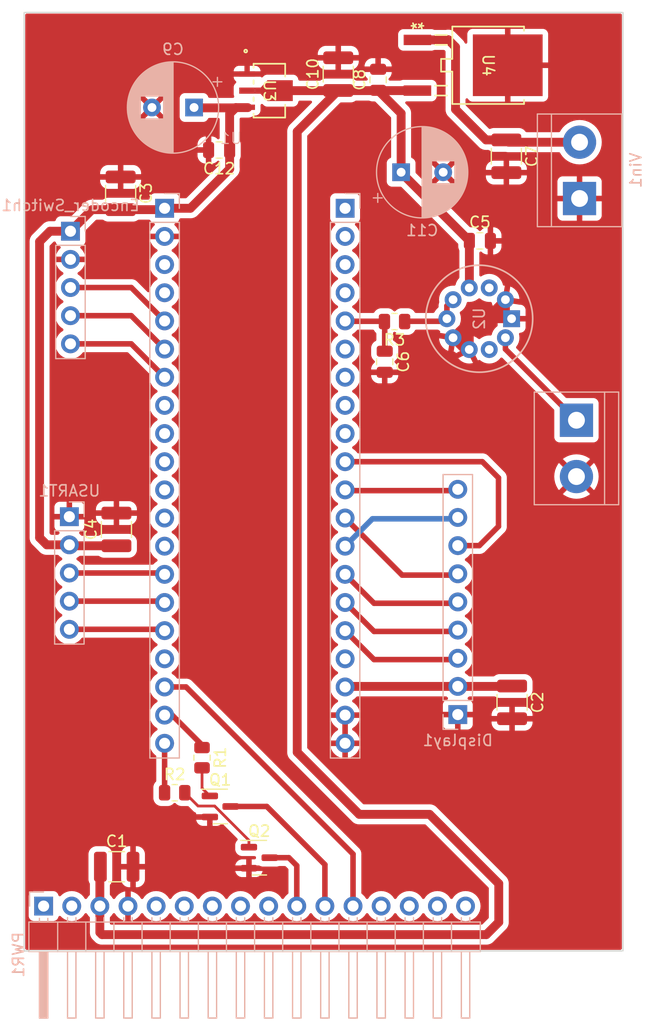
<source format=kicad_pcb>
(kicad_pcb (version 20221018) (generator pcbnew)
  (layers (0 "F.Cu" signal) (31 "B.Cu" signal) (34 "B.Paste" user) (35 "F.Paste" user) (36 "B.SilkS" user "B.Silkscreen") (37 "F.SilkS" user "F.Silkscreen") (38 "B.Mask" user) (39 "F.Mask" user) (44 "Edge.Cuts" user))
  (net 0 "")
  (net 1 "0")
  (net 2 "5V")
  (net 3 "3.3V")
  (net 4 "T")
  (net 5 "Net-(TC1-+)")
  (net 6 "LCD_CS")
  (net 7 "LCD_RST")
  (net 8 "LCD_DC")
  (net 9 "LCD_MOSI")
  (net 10 "LCD_CLK")
  (net 11 "LCD_LED")
  (net 12 "LCD_MISO")
  (net 13 "IN_OK")
  (net 14 "IN_CH2")
  (net 15 "IN_CH1")
  (net 23 "PWR_CH1")
  (net 24 "PWR_CH2")
  (net 25 "PWR_ZC")
  (net 30 "Net-(U2-FB)")
  (net 41 "USART_CLK")
  (net 42 "USART_TX")
  (net 43 "USART_RX")
  (net 53 "Net-(Q1-B)")
  (net 54 "Net-(Q2-B)")
  (net 55 "Net-(U1-PB12)")
  (net 56 "Net-(U1-PB13)")
  (net 57 "Net-(U4-INPUT)")
  (footprint "Resistor_SMD:R_0805_2012Metric" (layer "F.Cu") (at 69.2125 126.1 180)
    (fp_text reference "R3" (at 0 -1.65) (layer "F.SilkS"))
    (fp_text value "33k")
    (pad "1" smd roundrect (at -0.9125 0 180) (size 1.025 1.4) (layers "F.Cu" "F.Paste" "F.Mask") (roundrect_rratio 0.243902) (net 30 "Net-(U2-FB)"))
    (pad "2" smd roundrect (at 0.9125 0 180) (size 1.025 1.4) (layers "F.Cu" "F.Paste" "F.Mask") (roundrect_rratio 0.243902) (net 4 "T"))
  )
  (footprint "Capacitor_SMD:C_1210_3225Metric" (layer "F.Cu") (at 44.125 175.275)
    (fp_text reference "C1" (at 0 -2.3) (layer "F.SilkS"))
    (fp_text value "100n")
    (pad "1" smd roundrect (at -1.475 0) (size 1.15 2.7) (layers "F.Cu" "F.Paste" "F.Mask") (roundrect_rratio 0.217391) (net 2 "5V"))
    (pad "2" smd roundrect (at 1.475 0) (size 1.15 2.7) (layers "F.Cu" "F.Paste" "F.Mask") (roundrect_rratio 0.217391) (net 1 "0"))
  )
  (footprint "Capacitor_SMD:C_0805_2012Metric" (layer "F.Cu") (at 67.73 104.29 90)
    (fp_text reference "C8" (at 0 -1.68 90) (layer "F.SilkS"))
    (fp_text value "0.1u")
    (pad "1" smd roundrect (at -0.95 0 90) (size 1 1.45) (layers "F.Cu" "F.Paste" "F.Mask") (net 2 "5V"))
    (pad "2" smd roundrect (at 0.95 0 90) (size 1 1.45) (layers "F.Cu" "F.Paste" "F.Mask") (net 1 "0"))
  )
  (footprint "Capacitor_SMD:C_1210_3225Metric" (layer "F.Cu") (at 64.13 103.78 90)
    (fp_text reference "C10" (at 0 -2.3 90) (layer "F.SilkS"))
    (fp_text value "100n")
    (pad "1" smd roundrect (at -1.475 0 90) (size 1.15 2.7) (layers "F.Cu" "F.Paste" "F.Mask") (roundrect_rratio 0.217391) (net 2 "5V"))
    (pad "2" smd roundrect (at 1.475 0 90) (size 1.15 2.7) (layers "F.Cu" "F.Paste" "F.Mask") (roundrect_rratio 0.217391) (net 1 "0"))
  )
  (footprint "reg5:DPAK_STM" (layer "F.Cu") (at 77.6689 102.98 -90)
    (fp_text reference "U4" (at 0 0 -90 unlocked) (layer "F.SilkS"))
    (fp_text value "L78M05CDT-TR")
    (fp_text user "*" (at -3.556 6.3881 -90) (layer "F.SilkS"))
    (fp_text user "*" (at -3.556 6.3881 -90 unlocked) (layer "F.SilkS"))
    (pad "1" smd rect (at -2.286 6.3881 270) (size 0.9398 2.4892) (layers "F.Cu" "F.Paste" "F.Mask") (net 57 "Net-(U4-INPUT)"))
    (pad "2" smd rect (at 2.286 6.3881 270) (size 0.9398 2.4892) (layers "F.Cu" "F.Paste" "F.Mask") (net 2 "5V"))
    (pad "3" smd rect (at 0 -1.7653 270) (size 5.5626 6.2992) (layers "F.Cu" "F.Paste" "F.Mask") (net 1 "0"))
  )
  (footprint "Capacitor_SMD:C_1210_3225Metric" (layer "F.Cu") (at 79.31 111.19 -90)
    (fp_text reference "C7" (at 0 -2.3 90) (layer "F.SilkS"))
    (fp_text value "100n")
    (pad "1" smd roundrect (at -1.475 0 270) (size 1.15 2.7) (layers "F.Cu" "F.Paste" "F.Mask") (roundrect_rratio 0.217391) (net 57 "Net-(U4-INPUT)"))
    (pad "2" smd roundrect (at 1.475 0 270) (size 1.15 2.7) (layers "F.Cu" "F.Paste" "F.Mask") (roundrect_rratio 0.217391) (net 1 "0"))
  )
  (footprint "Capacitor_SMD:C_0805_2012Metric" (layer "F.Cu") (at 68.325 129.725 -90)
    (fp_text reference "C6" (at 0 -1.68 90) (layer "F.SilkS"))
    (fp_text value "470n")
    (pad "1" smd roundrect (at -0.95 0 270) (size 1 1.45) (layers "F.Cu" "F.Paste" "F.Mask") (net 4 "T"))
    (pad "2" smd roundrect (at 0.95 0 270) (size 1 1.45) (layers "F.Cu" "F.Paste" "F.Mask") (net 1 "0"))
  )
  (footprint "Package_TO_SOT_SMD:SOT-23" (layer "F.Cu") (at 57.0025 174.46)
    (fp_text reference "Q2" (at 0 -2.4) (layer "F.SilkS"))
    (fp_text value "BC848")
    (pad "1" smd roundrect (at -0.9375 -0.95) (size 1.475 0.6) (layers "F.Cu" "F.Paste" "F.Mask") (net 54 "Net-(Q2-B)"))
    (pad "2" smd roundrect (at -0.9375 0.95) (size 1.475 0.6) (layers "F.Cu" "F.Paste" "F.Mask") (net 1 "0"))
    (pad "3" smd roundrect (at 0.9375 0) (size 1.475 0.6) (layers "F.Cu" "F.Paste" "F.Mask") (net 23 "PWR_CH1"))
  )
  (footprint "reg33:SOT-89_3MC_MCH" (layer "F.Cu") (at 57.9112 105.27 -90)
    (fp_text reference "U3" (at 0 0 -90 unlocked) (layer "F.SilkS"))
    (fp_text value "MCP1700T-3302E/MB")
    (fp_poly (pts (xy -0.2794 1.3) (xy -0.2794 0.7828) (xy -0.9398 0.1732) (xy -0.9398 -2.1128) (xy 0.9398 -2.1128) (xy 0.9398 0.1732) (xy 0.2794 0.8082) (xy 0.2794 1.3)) (fill solid) (layer "F.Cu"))
    (pad "1" smd rect (at -1.5 2.0112 270) (size 0.4826 1.4224) (layers "F.Cu" "F.Paste" "F.Mask") (net 1 "0"))
    (pad "2" smd rect (at 0 2.0112 270) (size 0.5588 1.4224) (layers "F.Cu" "F.Paste" "F.Mask") (net 2 "5V"))
    (pad "3" smd rect (at 1.5 2.0112 270) (size 0.4826 1.4224) (layers "F.Cu" "F.Paste" "F.Mask") (net 3 "3.3V"))
  )
  (footprint "Resistor_SMD:R_0805_2012Metric" (layer "F.Cu") (at 51.83 165.44 -90)
    (fp_text reference "R1" (at 0 -1.65 -270) (layer "F.SilkS"))
    (fp_text value "4.7k")
    (pad "1" smd roundrect (at -0.9125 0 270) (size 1.025 1.4) (layers "F.Cu" "F.Paste" "F.Mask") (roundrect_rratio 0.243902) (net 56 "Net-(U1-PB13)"))
    (pad "2" smd roundrect (at 0.9125 0 270) (size 1.025 1.4) (layers "F.Cu" "F.Paste" "F.Mask") (roundrect_rratio 0.243902) (net 53 "Net-(Q1-B)"))
  )
  (footprint "Capacitor_SMD:C_1210_3225Metric" (layer "F.Cu") (at 44.48 114.53 -90)
    (fp_text reference "C3" (at 0 -2.3 90) (layer "F.SilkS"))
    (fp_text value "100n")
    (pad "1" smd roundrect (at -1.475 0 270) (size 1.15 2.7) (layers "F.Cu" "F.Paste" "F.Mask") (roundrect_rratio 0.217391) (net 1 "0"))
    (pad "2" smd roundrect (at 1.475 0 270) (size 1.15 2.7) (layers "F.Cu" "F.Paste" "F.Mask") (roundrect_rratio 0.217391) (net 3 "3.3V"))
  )
  (footprint "Capacitor_SMD:C_0805_2012Metric" (layer "F.Cu") (at 76.92 118.82)
    (fp_text reference "C5" (at 0 -1.68) (layer "F.SilkS"))
    (fp_text value "0.01u")
    (pad "1" smd roundrect (at -0.95 0) (size 1 1.45) (layers "F.Cu" "F.Paste" "F.Mask") (net 2 "5V"))
    (pad "2" smd roundrect (at 0.95 0) (size 1 1.45) (layers "F.Cu" "F.Paste" "F.Mask") (net 1 "0"))
  )
  (footprint "Resistor_SMD:R_0805_2012Metric" (layer "F.Cu") (at 49.36 168.6)
    (fp_text reference "R2" (at 0 -1.65) (layer "F.SilkS"))
    (fp_text value "4.7k")
    (pad "1" smd roundrect (at -0.9125 0) (size 1.025 1.4) (layers "F.Cu" "F.Paste" "F.Mask") (roundrect_rratio 0.243902) (net 55 "Net-(U1-PB12)"))
    (pad "2" smd roundrect (at 0.9125 0) (size 1.025 1.4) (layers "F.Cu" "F.Paste" "F.Mask") (roundrect_rratio 0.243902) (net 54 "Net-(Q2-B)"))
  )
  (footprint "Capacitor_SMD:C_0805_2012Metric" (layer "F.Cu") (at 53.372349 110.625 180)
    (fp_text reference "C12" (at 0 -1.68) (layer "F.SilkS"))
    (fp_text value "0.1u")
    (pad "1" smd roundrect (at -0.95 0 180) (size 1 1.45) (layers "F.Cu" "F.Paste" "F.Mask") (net 3 "3.3V"))
    (pad "2" smd roundrect (at 0.95 0 180) (size 1 1.45) (layers "F.Cu" "F.Paste" "F.Mask") (net 1 "0"))
  )
  (footprint "Capacitor_SMD:C_1210_3225Metric" (layer "F.Cu") (at 79.825 160.45 -90)
    (fp_text reference "C2" (at 0 -2.3 90) (layer "F.SilkS"))
    (fp_text value "100n")
    (pad "1" smd roundrect (at -1.475 0 270) (size 1.15 2.7) (layers "F.Cu" "F.Paste" "F.Mask") (roundrect_rratio 0.217391) (net 3 "3.3V"))
    (pad "2" smd roundrect (at 1.475 0 270) (size 1.15 2.7) (layers "F.Cu" "F.Paste" "F.Mask") (roundrect_rratio 0.217391) (net 1 "0"))
  )
  (footprint "Capacitor_SMD:C_1210_3225Metric" (layer "F.Cu") (at 44.1 144.85 90)
    (fp_text reference "C4" (at 0 -2.3 90) (layer "F.SilkS"))
    (fp_text value "100n")
    (pad "1" smd roundrect (at -1.475 0 90) (size 1.15 2.7) (layers "F.Cu" "F.Paste" "F.Mask") (roundrect_rratio 0.217391) (net 3 "3.3V"))
    (pad "2" smd roundrect (at 1.475 0 90) (size 1.15 2.7) (layers "F.Cu" "F.Paste" "F.Mask") (roundrect_rratio 0.217391) (net 1 "0"))
  )
  (footprint "Package_TO_SOT_SMD:SOT-23" (layer "F.Cu") (at 53.4725 169.84)
    (fp_text reference "Q1" (at 0 -2.4) (layer "F.SilkS"))
    (fp_text value "BC848")
    (pad "1" smd roundrect (at -0.9375 -0.95) (size 1.475 0.6) (layers "F.Cu" "F.Paste" "F.Mask") (net 53 "Net-(Q1-B)"))
    (pad "2" smd roundrect (at -0.9375 0.95) (size 1.475 0.6) (layers "F.Cu" "F.Paste" "F.Mask") (net 1 "0"))
    (pad "3" smd roundrect (at 0.9375 0) (size 1.475 0.6) (layers "F.Cu" "F.Paste" "F.Mask") (net 24 "PWR_CH2"))
  )
  (footprint "Connector_PinHeader_2.54mm:PinHeader_1x05_P2.54mm_Vertical" (layer "B.Cu") (at 39.85 143.7 180)
    (fp_text reference "USART1" (at 0 2.33) (layer "B.SilkS") (effects (justify mirror)))
    (fp_text value "Conn_01x05_Pin")
    (pad "1" thru_hole rect (at 0 0 180) (size 1.7 1.7) (drill 1) (layers "*.Cu" "*.Mask") (net 1 "0"))
    (pad "2" thru_hole oval (at 0 -2.54 180) (size 1.7 1.7) (drill 1) (layers "*.Cu" "*.Mask") (net 3 "3.3V"))
    (pad "3" thru_hole oval (at 0 -5.08 180) (size 1.7 1.7) (drill 1) (layers "*.Cu" "*.Mask") (net 43 "USART_RX"))
    (pad "4" thru_hole oval (at 0 -7.62 180) (size 1.7 1.7) (drill 1) (layers "*.Cu" "*.Mask") (net 42 "USART_TX"))
    (pad "5" thru_hole oval (at 0 -10.16 180) (size 1.7 1.7) (drill 1) (layers "*.Cu" "*.Mask") (net 41 "USART_CLK"))
  )
  (footprint "TerminalBlock:TerminalBlock_bornier-2_P5.08mm" (layer "B.Cu") (at 85.92 115 90)
    (fp_text reference "Vin1" (at 2.54 5.08 90) (layer "B.SilkS") (effects (justify mirror)))
    (fp_text value "Conn_01x02")
    (pad "1" thru_hole rect (at 0 0 90) (size 3 3) (drill 1.52) (layers "*.Cu" "*.Mask") (net 1 "0"))
    (pad "2" thru_hole circle (at 5.08 0 90) (size 3 3) (drill 1.52) (layers "*.Cu" "*.Mask") (net 57 "Net-(U4-INPUT)"))
  )
  (footprint "Connector_PinHeader_2.54mm:PinHeader_1x05_P2.54mm_Vertical" (layer "B.Cu") (at 39.95 117.95 180)
    (fp_text reference "Encoder_Switch1" (at 0 2.33) (layer "B.SilkS") (effects (justify mirror)))
    (fp_text value "Conn_01x05_Pin")
    (pad "1" thru_hole rect (at 0 0 180) (size 1.7 1.7) (drill 1) (layers "*.Cu" "*.Mask") (net 3 "3.3V"))
    (pad "2" thru_hole oval (at 0 -2.54 180) (size 1.7 1.7) (drill 1) (layers "*.Cu" "*.Mask") (net 1 "0"))
    (pad "3" thru_hole oval (at 0 -5.08 180) (size 1.7 1.7) (drill 1) (layers "*.Cu" "*.Mask") (net 13 "IN_OK"))
    (pad "4" thru_hole oval (at 0 -7.62 180) (size 1.7 1.7) (drill 1) (layers "*.Cu" "*.Mask") (net 14 "IN_CH2"))
    (pad "5" thru_hole oval (at 0 -10.16 180) (size 1.7 1.7) (drill 1) (layers "*.Cu" "*.Mask") (net 15 "IN_CH1"))
  )
  (footprint "Capacitor_THT:CP_Radial_D8.0mm_P3.80mm" (layer "B.Cu") (at 69.807349 112.63)
    (fp_text reference "C11" (at 1.9 5.25) (layer "B.SilkS") (effects (justify mirror)))
    (fp_text value "47u")
    (pad "1" thru_hole rect (at 0 0) (size 1.6 1.6) (drill 0.8) (layers "*.Cu" "*.Mask") (net 2 "5V"))
    (pad "2" thru_hole circle (at 3.8 0) (size 1.6 1.6) (drill 0.8) (layers "*.Cu" "*.Mask") (net 1 "0"))
  )
  (footprint "TerminalBlock:TerminalBlock_bornier-2_P5.08mm" (layer "B.Cu") (at 85.64 135 -90)
    (fp_text reference "TC1" hide)
    (fp_text value "Thermocouple")
    (pad "1" thru_hole rect (at 0 0 270) (size 3 3) (drill 1.52) (layers "*.Cu" "*.Mask") (net 5 "Net-(TC1-+)"))
    (pad "2" thru_hole circle (at 5.08 0 270) (size 3 3) (drill 1.52) (layers "*.Cu" "*.Mask") (net 1 "0"))
  )
  (footprint "ad596:ad596" (layer "B.Cu") (at 79.78286 125.841921 -90)
    (fp_text reference "U2" (at 0 2.921 -270 unlocked) (layer "B.SilkS") (effects (justify mirror)))
    (fp_text value "AD596AHZ")
    (pad "1" thru_hole rect (at 0 0 270) (size 1.524 1.524) (drill 0.7874) (layers "*.Cu" "*.Mask") (net 1 "0"))
    (pad "2" thru_hole circle (at 1.716921 0.55786 234) (size 1.524 1.524) (drill 0.7874) (layers "*.Cu" "*.Mask") (net 5 "Net-(TC1-+)"))
    (pad "3" thru_hole circle (at 2.778036 2.01836 198) (size 1.524 1.524) (drill 0.7874) (layers "*.Cu" "*.Mask"))
    (pad "4" thru_hole circle (at 2.778036 3.82364 162) (size 1.524 1.524) (drill 0.7874) (layers "*.Cu" "*.Mask") (net 1 "0"))
    (pad "5" thru_hole circle (at 1.716921 5.28414 126) (size 1.524 1.524) (drill 0.7874) (layers "*.Cu" "*.Mask") (net 1 "0"))
    (pad "6" thru_hole circle (at 0 5.842 270) (size 1.524 1.524) (drill 0.7874) (layers "*.Cu" "*.Mask") (net 30 "Net-(U2-FB)"))
    (pad "7" thru_hole circle (at -1.716921 5.28414 54) (size 1.524 1.524) (drill 0.7874) (layers "*.Cu" "*.Mask") (net 30 "Net-(U2-FB)"))
    (pad "8" thru_hole circle (at -2.778036 3.82364 18) (size 1.524 1.524) (drill 0.7874) (layers "*.Cu" "*.Mask") (net 2 "5V"))
    (pad "9" thru_hole circle (at -2.778036 2.01836 342) (size 1.524 1.524) (drill 0.7874) (layers "*.Cu" "*.Mask"))
    (pad "10" thru_hole circle (at -1.716921 0.55786 306) (size 1.524 1.524) (drill 0.7874) (layers "*.Cu" "*.Mask") (net 1 "0"))
  )
  (footprint "blue_pill:blue_pill" (layer "B.Cu") (at 57.87 110.05 180)
    (fp_text reference "U1" (at 3.427651 0.475 unlocked) (layer "B.SilkS") (effects (font (thickness 0.1)) (justify mirror)))
    (fp_text value "STM32F103C8Tx")
    (pad "1" thru_hole rect (at -6.88 -5.83 180) (size 1.7 1.7) (drill 1) (layers "*.Cu" "*.Mask"))
    (pad "2" thru_hole oval (at -6.88 -8.37 180) (size 1.7 1.7) (drill 1) (layers "*.Cu" "*.Mask"))
    (pad "3" thru_hole oval (at -6.88 -10.91 180) (size 1.7 1.7) (drill 1) (layers "*.Cu" "*.Mask"))
    (pad "4" thru_hole oval (at -6.88 -13.45 180) (size 1.7 1.7) (drill 1) (layers "*.Cu" "*.Mask"))
    (pad "7" thru_hole oval (at -6.88 -46.47 180) (size 1.7 1.7) (drill 1) (layers "*.Cu" "*.Mask"))
    (pad "10" thru_hole oval (at -6.88 -15.99 180) (size 1.7 1.7) (drill 1) (layers "*.Cu" "*.Mask") (net 4 "T"))
    (pad "11" thru_hole oval (at -6.88 -18.53 180) (size 1.7 1.7) (drill 1) (layers "*.Cu" "*.Mask"))
    (pad "12" thru_hole oval (at -6.88 -21.07 180) (size 1.7 1.7) (drill 1) (layers "*.Cu" "*.Mask"))
    (pad "13" thru_hole oval (at -6.88 -23.61 180) (size 1.7 1.7) (drill 1) (layers "*.Cu" "*.Mask"))
    (pad "14" thru_hole oval (at -6.88 -26.15 180) (size 1.7 1.7) (drill 1) (layers "*.Cu" "*.Mask"))
    (pad "15" thru_hole oval (at -6.88 -28.69 180) (size 1.7 1.7) (drill 1) (layers "*.Cu" "*.Mask") (net 10 "LCD_CLK"))
    (pad "16" thru_hole oval (at -6.88 -31.23 180) (size 1.7 1.7) (drill 1) (layers "*.Cu" "*.Mask") (net 12 "LCD_MISO"))
    (pad "17" thru_hole oval (at -6.88 -33.77 180) (size 1.7 1.7) (drill 1) (layers "*.Cu" "*.Mask") (net 9 "LCD_MOSI"))
    (pad "18" thru_hole oval (at -6.88 -36.31 180) (size 1.7 1.7) (drill 1) (layers "*.Cu" "*.Mask") (net 11 "LCD_LED"))
    (pad "19" thru_hole oval (at -6.88 -38.85 180) (size 1.7 1.7) (drill 1) (layers "*.Cu" "*.Mask") (net 8 "LCD_DC"))
    (pad "21" thru_hole oval (at -6.88 -41.39 180) (size 1.7 1.7) (drill 1) (layers "*.Cu" "*.Mask") (net 7 "LCD_RST"))
    (pad "22" thru_hole oval (at -6.88 -43.93 180) (size 1.7 1.7) (drill 1) (layers "*.Cu" "*.Mask") (net 6 "LCD_CS"))
    (pad "23" thru_hole oval (at -6.88 -54.09 180) (size 1.7 1.7) (drill 1) (layers "*.Cu" "*.Mask") (net 1 "0"))
    (pad "23" thru_hole oval (at -6.88 -51.55 180) (size 1.7 1.7) (drill 1) (layers "*.Cu" "*.Mask") (net 1 "0"))
    (pad "23" thru_hole oval (at 9.42 -8.37 180) (size 1.7 1.7) (drill 1) (layers "*.Cu" "*.Mask") (net 1 "0"))
    (pad "24" thru_hole oval (at -6.88 -49.01 180) (size 1.7 1.7) (drill 1) (layers "*.Cu" "*.Mask") (net 3 "3.3V"))
    (pad "24" thru_hole rect (at 9.42 -5.83 180) (size 1.7 1.7) (drill 1) (layers "*.Cu" "*.Mask") (net 3 "3.3V"))
    (pad "25" thru_hole oval (at 9.42 -54.09 180) (size 1.7 1.7) (drill 1) (layers "*.Cu" "*.Mask") (net 55 "Net-(U1-PB12)"))
    (pad "26" thru_hole oval (at 9.42 -51.55 180) (size 1.7 1.7) (drill 1) (layers "*.Cu" "*.Mask") (net 56 "Net-(U1-PB13)"))
    (pad "27" thru_hole oval (at 9.42 -49.01 180) (size 1.7 1.7) (drill 1) (layers "*.Cu" "*.Mask") (net 25 "PWR_ZC"))
    (pad "28" thru_hole oval (at 9.42 -46.47 180) (size 1.7 1.7) (drill 1) (layers "*.Cu" "*.Mask"))
    (pad "29" thru_hole oval (at 9.42 -43.93 180) (size 1.7 1.7) (drill 1) (layers "*.Cu" "*.Mask") (net 41 "USART_CLK"))
    (pad "30" thru_hole oval (at 9.42 -41.39 180) (size 1.7 1.7) (drill 1) (layers "*.Cu" "*.Mask") (net 42 "USART_TX"))
    (pad "31" thru_hole oval (at 9.42 -38.85 180) (size 1.7 1.7) (drill 1) (layers "*.Cu" "*.Mask") (net 43 "USART_RX"))
    (pad "32" thru_hole oval (at 9.42 -36.31 180) (size 1.7 1.7) (drill 1) (layers "*.Cu" "*.Mask"))
    (pad "33" thru_hole oval (at 9.42 -33.77 180) (size 1.7 1.7) (drill 1) (layers "*.Cu" "*.Mask"))
    (pad "38" thru_hole oval (at 9.42 -31.23 180) (size 1.7 1.7) (drill 1) (layers "*.Cu" "*.Mask"))
    (pad "39" thru_hole oval (at 9.42 -28.69 180) (size 1.7 1.7) (drill 1) (layers "*.Cu" "*.Mask"))
    (pad "40" thru_hole oval (at 9.42 -26.15 180) (size 1.7 1.7) (drill 1) (layers "*.Cu" "*.Mask"))
    (pad "41" thru_hole oval (at 9.42 -23.61 180) (size 1.7 1.7) (drill 1) (layers "*.Cu" "*.Mask"))
    (pad "42" thru_hole oval (at 9.42 -21.07 180) (size 1.7 1.7) (drill 1) (layers "*.Cu" "*.Mask") (net 15 "IN_CH1"))
    (pad "43" thru_hole oval (at 9.42 -18.53 180) (size 1.7 1.7) (drill 1) (layers "*.Cu" "*.Mask") (net 14 "IN_CH2"))
    (pad "45" thru_hole oval (at 9.42 -15.99 180) (size 1.7 1.7) (drill 1) (layers "*.Cu" "*.Mask") (net 13 "IN_OK"))
    (pad "46" thru_hole oval (at 9.42 -13.45 180) (size 1.7 1.7) (drill 1) (layers "*.Cu" "*.Mask"))
    (pad "49" thru_hole oval (at 9.42 -10.91 180) (size 1.7 1.7) (drill 1) (layers "*.Cu" "*.Mask"))
  )
  (footprint "Connector_PinHeader_2.54mm:PinHeader_1x16_P2.54mm_Horizontal" (layer "B.Cu") (at 37.525 178.825 -90)
    (fp_text reference "PWR1" (at 4.385 2.27 90) (layer "B.SilkS") (effects (justify mirror)))
    (fp_text value "Conn_01x16_Pin")
    (pad "1" thru_hole rect (at 0 0 270) (size 1.7 1.7) (drill 1) (layers "*.Cu" "*.Mask"))
    (pad "2" thru_hole oval (at 0 -2.54 270) (size 1.7 1.7) (drill 1) (layers "*.Cu" "*.Mask"))
    (pad "3" thru_hole oval (at 0 -5.08 270) (size 1.7 1.7) (drill 1) (layers "*.Cu" "*.Mask") (net 2 "5V"))
    (pad "4" thru_hole oval (at 0 -7.62 270) (size 1.7 1.7) (drill 1) (layers "*.Cu" "*.Mask") (net 1 "0"))
    (pad "5" thru_hole oval (at 0 -10.16 270) (size 1.7 1.7) (drill 1) (layers "*.Cu" "*.Mask"))
    (pad "6" thru_hole oval (at 0 -12.7 270) (size 1.7 1.7) (drill 1) (layers "*.Cu" "*.Mask"))
    (pad "7" thru_hole oval (at 0 -15.24 270) (size 1.7 1.7) (drill 1) (layers "*.Cu" "*.Mask"))
    (pad "8" thru_hole oval (at 0 -17.78 270) (size 1.7 1.7) (drill 1) (layers "*.Cu" "*.Mask"))
    (pad "9" thru_hole oval (at 0 -20.32 270) (size 1.7 1.7) (drill 1) (layers "*.Cu" "*.Mask"))
    (pad "10" thru_hole oval (at 0 -22.86 270) (size 1.7 1.7) (drill 1) (layers "*.Cu" "*.Mask") (net 23 "PWR_CH1"))
    (pad "11" thru_hole oval (at 0 -25.4 270) (size 1.7 1.7) (drill 1) (layers "*.Cu" "*.Mask") (net 24 "PWR_CH2"))
    (pad "12" thru_hole oval (at 0 -27.94 270) (size 1.7 1.7) (drill 1) (layers "*.Cu" "*.Mask") (net 25 "PWR_ZC"))
    (pad "13" thru_hole oval (at 0 -30.48 270) (size 1.7 1.7) (drill 1) (layers "*.Cu" "*.Mask"))
    (pad "14" thru_hole oval (at 0 -33.02 270) (size 1.7 1.7) (drill 1) (layers "*.Cu" "*.Mask"))
    (pad "15" thru_hole oval (at 0 -35.56 270) (size 1.7 1.7) (drill 1) (layers "*.Cu" "*.Mask"))
    (pad "16" thru_hole oval (at 0 -38.1 270) (size 1.7 1.7) (drill 1) (layers "*.Cu" "*.Mask"))
  )
  (footprint "Capacitor_THT:CP_Radial_D8.0mm_P3.80mm" (layer "B.Cu") (at 51.11 106.79 180)
    (fp_text reference "C9" (at 1.9 5.25) (layer "B.SilkS") (effects (justify mirror)))
    (fp_text value "47u")
    (pad "1" thru_hole rect (at 0 0 180) (size 1.6 1.6) (drill 0.8) (layers "*.Cu" "*.Mask") (net 3 "3.3V"))
    (pad "2" thru_hole circle (at 3.8 0 180) (size 1.6 1.6) (drill 0.8) (layers "*.Cu" "*.Mask") (net 1 "0"))
  )
  (footprint "Connector_PinHeader_2.54mm:PinHeader_1x09_P2.54mm_Vertical" (layer "B.Cu") (at 74.925 161.55)
    (fp_text reference "Display1" (at 0 2.33) (layer "B.SilkS") (effects (justify mirror)))
    (fp_text value "Conn_01x09_Pin")
    (pad "1" thru_hole rect (at 0 0) (size 1.7 1.7) (drill 1) (layers "*.Cu" "*.Mask") (net 1 "0"))
    (pad "2" thru_hole oval (at 0 -2.54) (size 1.7 1.7) (drill 1) (layers "*.Cu" "*.Mask") (net 3 "3.3V"))
    (pad "3" thru_hole oval (at 0 -5.08) (size 1.7 1.7) (drill 1) (layers "*.Cu" "*.Mask") (net 6 "LCD_CS"))
    (pad "4" thru_hole oval (at 0 -7.62) (size 1.7 1.7) (drill 1) (layers "*.Cu" "*.Mask") (net 7 "LCD_RST"))
    (pad "5" thru_hole oval (at 0 -10.16) (size 1.7 1.7) (drill 1) (layers "*.Cu" "*.Mask") (net 8 "LCD_DC"))
    (pad "6" thru_hole oval (at 0 -12.7) (size 1.7 1.7) (drill 1) (layers "*.Cu" "*.Mask") (net 9 "LCD_MOSI"))
    (pad "7" thru_hole oval (at 0 -15.24) (size 1.7 1.7) (drill 1) (layers "*.Cu" "*.Mask") (net 10 "LCD_CLK"))
    (pad "8" thru_hole oval (at 0 -17.78) (size 1.7 1.7) (drill 1) (layers "*.Cu" "*.Mask") (net 11 "LCD_LED"))
    (pad "9" thru_hole oval (at 0 -20.32) (size 1.7 1.7) (drill 1) (layers "*.Cu" "*.Mask") (net 12 "LCD_MISO"))
  )
  (gr_rect (start 35.765 98.215) (end 89.84 182.875) (stroke (width 0.1)) (fill none) (layer "Edge.Cuts"))
  (segment (start 74.49872 127.558842) (end 75.066281 126.991281) (width 0.8) (layer "F.Cu") (net 1))
  (segment (start 75.95922 127.5) (end 75.95922 127.08422) (width 0.8) (layer "F.Cu") (net 1))
  (segment (start 75.95922 127.08422) (end 75.95922 126.807701) (width 0.8) (layer "F.Cu") (net 1))
  (segment (start 75.066281 127.727018) (end 75.066281 126.991281) (width 0.8) (layer "F.Cu") (net 1))
  (segment (start 79.225 124.125) (end 79.225 125.284061) (width 0.8) (layer "F.Cu") (net 1))
  (segment (start 76.215641 125.841921) (end 76.925 125.841921) (width 0.8) (layer "F.Cu") (net 1))
  (segment (start 75.466281 126.591281) (end 76.215641 125.841921) (width 0.8) (layer "F.Cu") (net 1))
  (segment (start 79.116921 125.841921) (end 78.3125 125.0375) (width 0.8) (layer "F.Cu") (net 1))
  (segment (start 75.95922 128.619957) (end 75.95922 127.5) (width 0.8) (layer "F.Cu") (net 1))
  (segment (start 74.49872 127.558842) (end 75.900378 127.558842) (width 0.8) (layer "F.Cu") (net 1))
  (segment (start 78.3125 125.0375) (end 79.225 124.125) (width 0.8) (layer "F.Cu") (net 1))
  (segment (start 77.508079 125.841921) (end 78.3125 125.0375) (width 0.8) (layer "F.Cu") (net 1))
  (segment (start 75.95922 126.807701) (end 76.925 125.841921) (width 0.8) (layer "F.Cu") (net 1))
  (segment (start 79.225 125.284061) (end 79.78286 125.841921) (width 0.8) (layer "F.Cu") (net 1))
  (segment (start 75.95922 128.619957) (end 75.559835 128.619957) (width 0.8) (layer "F.Cu") (net 1))
  (segment (start 76.215641 125.841921) (end 79.78286 125.841921) (width 0.8) (layer "F.Cu") (net 1))
  (segment (start 79.78286 125.841921) (end 79.116921 125.841921) (width 0.8) (layer "F.Cu") (net 1))
  (segment (start 75.95922 127.08422) (end 75.466281 126.591281) (width 0.8) (layer "F.Cu") (net 1))
  (segment (start 75.559835 128.619957) (end 74.49872 127.558842) (width 0.8) (layer "F.Cu") (net 1))
  (segment (start 75.95922 128.619957) (end 75.066281 127.727018) (width 0.8) (layer "F.Cu") (net 1))
  (segment (start 75.066281 126.991281) (end 75.466281 126.591281) (width 0.8) (layer "F.Cu") (net 1))
  (segment (start 76.925 125.841921) (end 77.508079 125.841921) (width 0.8) (layer "F.Cu") (net 1))
  (segment (start 75.900378 127.558842) (end 75.95922 127.5) (width 0.8) (layer "F.Cu") (net 1))
  (segment (start 78.625 176.8) (end 72.375 170.55) (width 0.8) (layer "F.Cu") (net 2))
  (segment (start 69.807349 112.657349) (end 75.97 118.82) (width 0.8) (layer "F.Cu") (net 2))
  (segment (start 64.141 105.266) (end 64.13 105.255) (width 0.8) (layer "F.Cu") (net 2))
  (segment (start 69.807349 112.63) (end 69.807349 107.317349) (width 0.8) (layer "F.Cu") (net 2))
  (segment (start 42.605 181.205) (end 42.8 181.4) (width 0.8) (layer "F.Cu") (net 2))
  (segment (start 78.625 180.275) (end 78.625 176.8) (width 0.8) (layer "F.Cu") (net 2))
  (segment (start 75.97 123.053105) (end 75.95922 123.063885) (width 0.8) (layer "F.Cu") (net 2))
  (segment (start 69.807349 112.63) (end 69.807349 112.657349) (width 0.8) (layer "F.Cu") (net 2))
  (segment (start 69.807349 107.317349) (end 67.73 105.24) (width 0.8) (layer "F.Cu") (net 2))
  (segment (start 60.425 164.95) (end 60.425 108.96) (width 0.8) (layer "F.Cu") (net 2))
  (segment (start 42.605 178.825) (end 42.605 175.32) (width 0.8) (layer "F.Cu") (net 2))
  (segment (start 75.97 118.82) (end 75.97 123.053105) (width 0.8) (layer "F.Cu") (net 2))
  (segment (start 77.5 181.4) (end 78.625 180.275) (width 0.8) (layer "F.Cu") (net 2))
  (segment (start 72.375 170.55) (end 66.025 170.55) (width 0.8) (layer "F.Cu") (net 2))
  (segment (start 67.24 105.266) (end 64.141 105.266) (width 0.8) (layer "F.Cu") (net 2))
  (segment (start 60.425 108.96) (end 64.13 105.255) (width 0.8) (layer "F.Cu") (net 2))
  (segment (start 59.993674 105.27) (end 65.026325 105.27) (width 0.8) (layer "F.Cu") (net 2))
  (segment (start 42.605 178.825) (end 42.605 181.205) (width 0.8) (layer "F.Cu") (net 2))
  (segment (start 42.8 181.4) (end 77.5 181.4) (width 0.8) (layer "F.Cu") (net 2))
  (segment (start 42.605 175.32) (end 42.65 175.275) (width 0.8) (layer "F.Cu") (net 2))
  (segment (start 66.025 170.55) (end 60.425 164.95) (width 0.8) (layer "F.Cu") (net 2))
  (segment (start 71.2808 105.266) (end 67.24 105.266) (width 0.8) (layer "F.Cu") (net 2))
  (segment (start 37.16 118.89) (end 38.1 117.95) (width 0.8) (layer "F.Cu") (net 3))
  (segment (start 37.16 145.59) (end 37.16 118.89) (width 0.8) (layer "F.Cu") (net 3))
  (segment (start 39.85 146.24) (end 37.81 146.24) (width 0.8) (layer "F.Cu") (net 3))
  (segment (start 48.45 115.88) (end 50.78 115.88) (width 0.8) (layer "F.Cu") (net 3))
  (segment (start 54.875 106.8) (end 54.322349 107.352651) (width 0.8) (layer "F.Cu") (net 3))
  (segment (start 38.1 117.95) (end 39.95 117.95) (width 0.8) (layer "F.Cu") (net 3))
  (segment (start 79.79 159.01) (end 79.825 158.975) (width 0.8) (layer "F.Cu") (net 3))
  (segment (start 74.925 159.01) (end 64.8 159.01) (width 0.8) (layer "F.Cu") (net 3))
  (segment (start 51.5 106.825) (end 54.85 106.825) (width 0.8) (layer "F.Cu") (net 3))
  (segment (start 54.322349 107.352651) (end 54.322349 110.625) (width 0.8) (layer "F.Cu") (net 3))
  (segment (start 44.48 116.005) (end 48.325 116.005) (width 0.8) (layer "F.Cu") (net 3))
  (segment (start 54.85 106.825) (end 54.875 106.8) (width 0.8) (layer "F.Cu") (net 3))
  (segment (start 55.961149 106.8) (end 54.875 106.8) (width 0.8) (layer "F.Cu") (net 3))
  (segment (start 54.322349 112.322349) (end 54.322349 110.625) (width 0.8) (layer "F.Cu") (net 3))
  (segment (start 37.81 146.24) (end 37.16 145.59) (width 0.8) (layer "F.Cu") (net 3))
  (segment (start 39.935 146.325) (end 39.85 146.24) (width 0.8) (layer "F.Cu") (net 3))
  (segment (start 44.48 116.005) (end 41.895 116.005) (width 0.8) (layer "F.Cu") (net 3))
  (segment (start 48.325 116.005) (end 48.45 115.88) (width 0.8) (layer "F.Cu") (net 3))
  (segment (start 74.925 159.01) (end 79.79 159.01) (width 0.8) (layer "F.Cu") (net 3))
  (segment (start 64.8 159.01) (end 64.75 159.06) (width 0.8) (layer "F.Cu") (net 3))
  (segment (start 41.895 116.005) (end 39.95 117.95) (width 0.8) (layer "F.Cu") (net 3))
  (segment (start 54.33 112.33) (end 54.322349 112.322349) (width 0.8) (layer "F.Cu") (net 3))
  (segment (start 44.1 146.325) (end 39.935 146.325) (width 0.8) (layer "F.Cu") (net 3))
  (segment (start 50.78 115.88) (end 54.33 112.33) (width 0.8) (layer "F.Cu") (net 3))
  (segment (start 64.785 126.075) (end 64.75 126.04) (width 0.5) (layer "F.Cu") (net 4))
  (segment (start 68.325 126.0875) (end 68.3125 126.075) (width 0.5) (layer "F.Cu") (net 4))
  (segment (start 68.325 128.775) (end 68.325 126.0875) (width 0.5) (layer "F.Cu") (net 4))
  (segment (start 68.3125 126.075) (end 64.785 126.075) (width 0.5) (layer "F.Cu") (net 4))
  (segment (start 85.64 135) (end 79.225 128.585) (width 0.5) (layer "F.Cu") (net 5))
  (segment (start 79.225 128.585) (end 79.225 127.558842) (width 0.5) (layer "F.Cu") (net 5))
  (segment (start 74.805 156.59) (end 67.36 156.59) (width 0.5) (layer "F.Cu") (net 6))
  (segment (start 74.925 156.47) (end 74.805 156.59) (width 0.5) (layer "F.Cu") (net 6))
  (segment (start 67.36 156.59) (end 64.75 153.98) (width 0.5) (layer "F.Cu") (net 6))
  (segment (start 67.36 154.05) (end 64.75 151.44) (width 0.5) (layer "F.Cu") (net 7))
  (segment (start 74.925 153.93) (end 74.805 154.05) (width 0.5) (layer "F.Cu") (net 7))
  (segment (start 74.805 154.05) (end 67.36 154.05) (width 0.5) (layer "F.Cu") (net 7))
  (segment (start 74.925 151.39) (end 74.805 151.51) (width 0.5) (layer "F.Cu") (net 8))
  (segment (start 74.805 151.51) (end 67.36 151.51) (width 0.5) (layer "F.Cu") (net 8))
  (segment (start 67.36 151.51) (end 64.75 148.9) (width 0.5) (layer "F.Cu") (net 8))
  (segment (start 74.925 148.85) (end 74.805 148.97) (width 0.5) (layer "F.Cu") (net 9))
  (segment (start 69.9 148.97) (end 64.75 143.82) (width 0.5) (layer "F.Cu") (net 9))
  (segment (start 74.805 148.97) (end 69.9 148.97) (width 0.5) (layer "F.Cu") (net 9))
  (segment (start 74.925 146.31) (end 76.865 146.31) (width 0.5) (layer "F.Cu") (net 10))
  (segment (start 76.865 146.31) (end 78.6 144.575) (width 0.5) (layer "F.Cu") (net 10))
  (segment (start 77.14 138.74) (end 64.75 138.74) (width 0.5) (layer "F.Cu") (net 10))
  (segment (start 78.6 144.575) (end 78.6 140.2) (width 0.5) (layer "F.Cu") (net 10))
  (segment (start 78.6 140.2) (end 77.14 138.74) (width 0.5) (layer "F.Cu") (net 10))
  (segment (start 74.925 143.77) (end 74.805 143.89) (width 0.5) (layer "B.Cu") (net 11))
  (segment (start 74.805 143.89) (end 67.22 143.89) (width 0.5) (layer "B.Cu") (net 11))
  (segment (start 67.22 143.89) (end 64.75 146.36) (width 0.5) (layer "B.Cu") (net 11))
  (segment (start 64.82 141.35) (end 64.75 141.28) (width 0.5) (layer "F.Cu") (net 12))
  (segment (start 74.925 141.23) (end 74.805 141.35) (width 0.5) (layer "F.Cu") (net 12))
  (segment (start 74.805 141.35) (end 64.82 141.35) (width 0.5) (layer "F.Cu") (net 12))
  (segment (start 39.95 123.03) (end 45.44 123.03) (width 0.5) (layer "F.Cu") (net 13))
  (segment (start 39.95 123.03) (end 40.075 123.155) (width 0.5) (layer "F.Cu") (net 13))
  (segment (start 45.44 123.03) (end 48.45 126.04) (width 0.5) (layer "F.Cu") (net 13))
  (segment (start 39.95 125.57) (end 45.44 125.57) (width 0.5) (layer "F.Cu") (net 14))
  (segment (start 39.95 125.57) (end 40.075 125.695) (width 0.5) (layer "F.Cu") (net 14))
  (segment (start 45.44 125.57) (end 48.45 128.58) (width 0.5) (layer "F.Cu") (net 14))
  (segment (start 39.95 128.11) (end 40.075 128.235) (width 0.5) (layer "F.Cu") (net 15))
  (segment (start 45.44 128.11) (end 48.45 131.12) (width 0.5) (layer "F.Cu") (net 15))
  (segment (start 39.95 128.11) (end 45.44 128.11) (width 0.5) (layer "F.Cu") (net 15))
  (segment (start 59.67 174.46) (end 60.385 175.175) (width 0.5) (layer "F.Cu") (net 23))
  (segment (start 57.94 174.46) (end 59.67 174.46) (width 0.5) (layer "F.Cu") (net 23))
  (segment (start 60.385 175.175) (end 60.385 178.825) (width 0.5) (layer "F.Cu") (net 23))
  (segment (start 60.085 178.825) (end 60.385 178.825) (width 0.5) (layer "F.Cu") (net 23))
  (segment (start 62.925 175.085) (end 62.925 178.825) (width 0.5) (layer "F.Cu") (net 24))
  (segment (start 54.41 169.84) (end 57.68 169.84) (width 0.5) (layer "F.Cu") (net 24))
  (segment (start 57.68 169.84) (end 62.925 175.085) (width 0.5) (layer "F.Cu") (net 24))
  (segment (start 65.465 178.825) (end 65.465 174.135) (width 0.5) (layer "F.Cu") (net 25))
  (segment (start 65.465 174.135) (end 50.39 159.06) (width 0.5) (layer "F.Cu") (net 25))
  (segment (start 50.39 159.06) (end 48.45 159.06) (width 0.5) (layer "F.Cu") (net 25))
  (segment (start 65.465 178.825) (end 65.34 178.7) (width 0.5) (layer "F.Cu") (net 25))
  (segment (start 73.94086 125.841921) (end 73.94086 124.68286) (width 0.5) (layer "F.Cu") (net 30))
  (segment (start 73.707781 126.075) (end 73.94086 125.841921) (width 0.5) (layer "F.Cu") (net 30))
  (segment (start 70.1375 126.075) (end 73.707781 126.075) (width 0.5) (layer "F.Cu") (net 30))
  (segment (start 73.94086 124.68286) (end 74.49872 124.125) (width 0.5) (layer "F.Cu") (net 30))
  (segment (start 39.85 153.86) (end 39.89 153.9) (width 0.5) (layer "F.Cu") (net 41))
  (segment (start 39.85 153.86) (end 48.33 153.86) (width 0.5) (layer "F.Cu") (net 41))
  (segment (start 48.33 153.86) (end 48.45 153.98) (width 0.5) (layer "F.Cu") (net 41))
  (segment (start 39.85 151.32) (end 39.89 151.36) (width 0.5) (layer "F.Cu") (net 42))
  (segment (start 48.33 151.32) (end 48.45 151.44) (width 0.5) (layer "F.Cu") (net 42))
  (segment (start 39.85 151.32) (end 48.33 151.32) (width 0.5) (layer "F.Cu") (net 42))
  (segment (start 39.85 148.78) (end 48.33 148.78) (width 0.5) (layer "F.Cu") (net 43))
  (segment (start 39.85 148.78) (end 39.89 148.82) (width 0.5) (layer "F.Cu") (net 43))
  (segment (start 48.33 148.78) (end 48.45 148.9) (width 0.5) (layer "F.Cu") (net 43))
  (segment (start 51.83 168.185) (end 52.535 168.89) (width 0.25) (layer "F.Cu") (net 53))
  (segment (start 51.83 166.1225) (end 51.83 168.185) (width 0.25) (layer "F.Cu") (net 53))
  (segment (start 56.065 173.51) (end 56.065 172.895) (width 0.25) (layer "F.Cu") (net 54))
  (segment (start 52.97 169.8) (end 51.4725 169.8) (width 0.25) (layer "F.Cu") (net 54))
  (segment (start 51.4725 169.8) (end 50.2725 168.6) (width 0.25) (layer "F.Cu") (net 54))
  (segment (start 56.065 172.895) (end 52.97 169.8) (width 0.25) (layer "F.Cu") (net 54))
  (segment (start 48.45 164.14) (end 48.45 168.5975) (width 0.5) (layer "F.Cu") (net 55))
  (segment (start 48.45 164.14) (end 49.045 164.14) (width 0.5) (layer "F.Cu") (net 55))
  (segment (start 48.45 168.5975) (end 48.4475 168.6) (width 0.5) (layer "F.Cu") (net 55))
  (segment (start 48.45 161.6) (end 49.1325 161.6) (width 0.5) (layer "F.Cu") (net 56))
  (segment (start 49.1325 161.6) (end 51.83 164.2975) (width 0.5) (layer "F.Cu") (net 56))
  (segment (start 74.036 100.694) (end 71.2808 100.694) (width 0.8) (layer "F.Cu") (net 57))
  (segment (start 85.92 109.92) (end 79.515 109.92) (width 0.8) (layer "F.Cu") (net 57))
  (segment (start 77.475 109.715) (end 74.72 106.96) (width 0.8) (layer "F.Cu") (net 57))
  (segment (start 79.515 109.92) (end 79.31 109.715) (width 0.8) (layer "F.Cu") (net 57))
  (segment (start 74.72 106.96) (end 74.72 101.33) (width 0.8) (layer "F.Cu") (net 57))
  (segment (start 79.31 109.715) (end 77.475 109.715) (width 0.8) (layer "F.Cu") (net 57))
  (segment (start 74.06 100.67) (end 74.036 100.694) (width 0.8) (layer "F.Cu") (net 57))
  (segment (start 85.825 109.725) (end 85.89 109.66) (width 0.8) (layer "F.Cu") (net 57))
  (segment (start 74.72 101.33) (end 74.06 100.67) (width 0.8) (layer "F.Cu") (net 57))
  (zone (net 1) (net_name "0") (layer "F.Cu") (connect_pads (clearance 0.5)) (min_thickness 0.25) (fill yes (thermal_gap 0.5) (thermal_bridge_width 0.5))
    (polygon (pts (xy 35.3 97.68) (xy 90.14 98) (xy 90.39 183.4) (xy 34.79 184.06)))
  )
)
</source>
